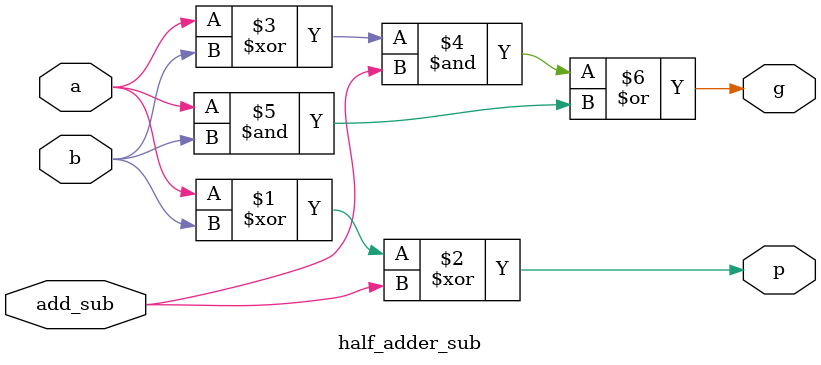
<source format=v>
`timescale 1ns / 1ps
module half_adder_sub(
	input a,
	input b,
	input add_sub,
	output g,
	output p
    );
//full_adder

assign p = ( a ^ b ^ add_sub);
assign g = ((a ^ b) & add_sub) | (a & b);

endmodule

</source>
